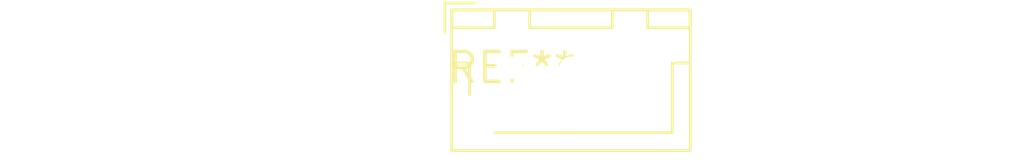
<source format=kicad_pcb>
(kicad_pcb (version 20240108) (generator pcbnew)
  (layers (0 "F.Cu" signal) (31 "B.Cu" signal) (34 "B.Paste" user) (35 "F.Paste" user) (36 "B.SilkS" user "B.Silkscreen") (37 "F.SilkS" user "F.Silkscreen") (38 "B.Mask" user) (39 "F.Mask" user) (44 "Edge.Cuts" user))
  (net 0 "")
  (footprint "JST_XH_B3B-XH-AM_1x03_P2.50mm_Vertical" (layer "F.Cu") (at 0 0)
    (property "Reference" "REF**")
    (property "Value" "JST_XH_B3B-XH-AM_1x03_P2.50mm_Vertical")
    (fp_line (start -2.85 -2.75) (end -2.85 -1.5) (layer "F.SilkS") (stroke (width 0.12)))
    (fp_line (start -2.56 -2.46) (end -2.56 3.51) (layer "F.SilkS") (stroke (width 0.12)))
    (fp_line (start -2.56 3.51) (end 7.56 3.51) (layer "F.SilkS") (stroke (width 0.12)))
    (fp_line (start -2.55 -2.45) (end -2.55 -1.7) (layer "F.SilkS") (stroke (width 0.12)))
    (fp_line (start -2.55 -1.7) (end -0.75 -1.7) (layer "F.SilkS") (stroke (width 0.12)))
    (fp_line (start -2.55 -0.2) (end -1.8 -0.2) (layer "F.SilkS") (stroke (width 0.12)))
    (fp_line (start -1.8 -0.2) (end -1.8 1.14) (layer "F.SilkS") (stroke (width 0.12)))
    (fp_line (start -1.6 -2.75) (end -2.85 -2.75) (layer "F.SilkS") (stroke (width 0.12)))
    (fp_line (start -0.75 -2.45) (end -2.55 -2.45) (layer "F.SilkS") (stroke (width 0.12)))
    (fp_line (start -0.75 -1.7) (end -0.75 -2.45) (layer "F.SilkS") (stroke (width 0.12)))
    (fp_line (start 0.75 -2.45) (end 0.75 -1.7) (layer "F.SilkS") (stroke (width 0.12)))
    (fp_line (start 0.75 -1.7) (end 4.25 -1.7) (layer "F.SilkS") (stroke (width 0.12)))
    (fp_line (start 2.5 2.75) (end -0.74 2.75) (layer "F.SilkS") (stroke (width 0.12)))
    (fp_line (start 4.25 -2.45) (end 0.75 -2.45) (layer "F.SilkS") (stroke (width 0.12)))
    (fp_line (start 4.25 -1.7) (end 4.25 -2.45) (layer "F.SilkS") (stroke (width 0.12)))
    (fp_line (start 5.75 -2.45) (end 5.75 -1.7) (layer "F.SilkS") (stroke (width 0.12)))
    (fp_line (start 5.75 -1.7) (end 7.55 -1.7) (layer "F.SilkS") (stroke (width 0.12)))
    (fp_line (start 6.8 -0.2) (end 6.8 2.75) (layer "F.SilkS") (stroke (width 0.12)))
    (fp_line (start 6.8 2.75) (end 2.5 2.75) (layer "F.SilkS") (stroke (width 0.12)))
    (fp_line (start 7.55 -2.45) (end 5.75 -2.45) (layer "F.SilkS") (stroke (width 0.12)))
    (fp_line (start 7.55 -1.7) (end 7.55 -2.45) (layer "F.SilkS") (stroke (width 0.12)))
    (fp_line (start 7.55 -0.2) (end 6.8 -0.2) (layer "F.SilkS") (stroke (width 0.12)))
    (fp_line (start 7.56 -2.46) (end -2.56 -2.46) (layer "F.SilkS") (stroke (width 0.12)))
    (fp_line (start 7.56 3.51) (end 7.56 -2.46) (layer "F.SilkS") (stroke (width 0.12)))
    (pad "" np_thru_hole circle (at -1.6 2) (size 1.2 1.2) (drill 1.2) (layers *.Cu *.Mask))
    (pad "1" thru_hole roundrect (at 0 0) (size 1.7 1.95) (drill 0.95) (layers *.Cu *.Mask) (remove_unused_layers) (roundrect_rratio 0.147059))
    (pad "2" thru_hole oval (at 2.5 0) (size 1.7 1.95) (drill 0.95) (layers *.Cu *.Mask) (remove_unused_layers))
    (pad "3" thru_hole oval (at 5 0) (size 1.7 1.95) (drill 0.95) (layers *.Cu *.Mask) (remove_unused_layers))
  )
)
</source>
